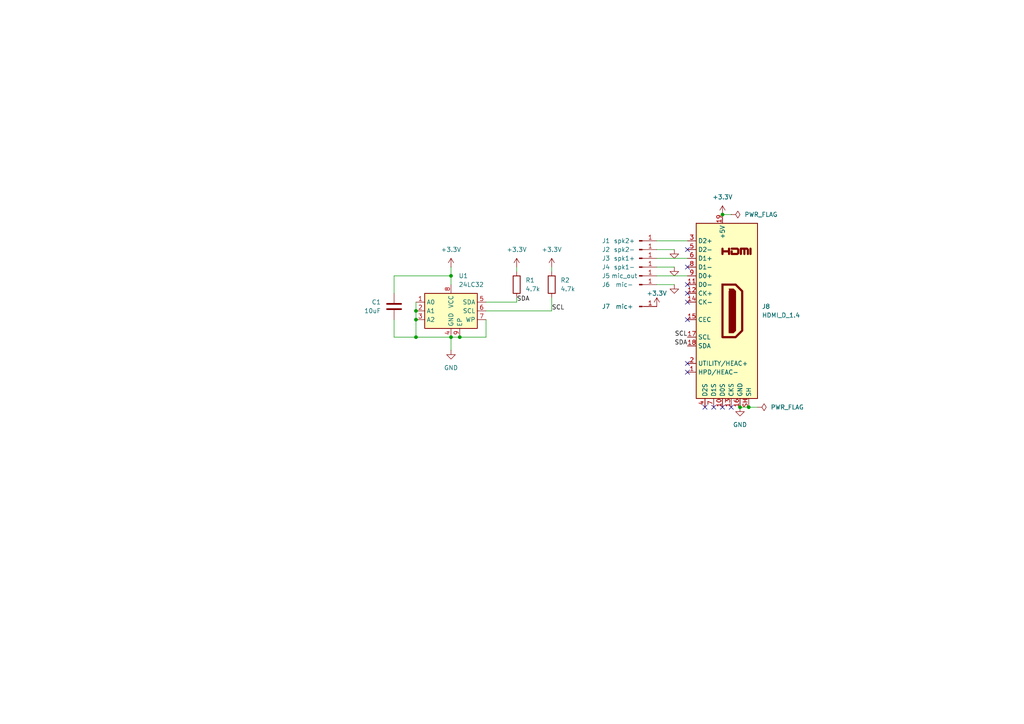
<source format=kicad_sch>
(kicad_sch (version 20231120) (generator "eeschema") (generator_version "8.0")
  (paper "A4")
  (lib_symbols
    (symbol "Connector:Conn_01x01_Pin" (pin_names (offset 1.016) hide)
      (property "Reference" "J" (at 0 2.54 0))
      (property "Value" "Conn_01x01_Pin" (at 0 -2.54 0))
      (symbol "Conn_01x01_Pin_1_1"
        (polyline (pts (xy 1.27 0) (xy 0.8636 0)) (stroke (width 0.1524)))
        (rectangle (start 0.8636 0.127) (end 0 -0.127) (stroke (width 0.1524)) (fill (type outline)))
        (pin passive line (at 5.08 0 180) (length 3.81) (name "Pin_1") (number "1"))
      )
    )
    (symbol "Connector:HDMI_D_1.4"
      (property "Reference" "J" (at -6.35 26.67 0))
      (property "Value" "HDMI_D_1.4" (at 10.16 26.67 0))
      (symbol "HDMI_D_1.4_0_0"
        (polyline (pts (xy 8.128 16.51) (xy 8.128 18.034)) (stroke (width 0.635)))
        (polyline (pts (xy 0 16.51) (xy 0 18.034) (xy 0 17.272) (xy 1.905 17.272) (xy 1.905 18.034) (xy 1.905 16.51)) (stroke (width 0.635)))
        (polyline (pts (xy 2.667 18.034) (xy 4.318 18.034) (xy 4.572 17.78) (xy 4.572 16.764) (xy 4.318 16.51) (xy 2.667 16.51) (xy 2.667 17.272)) (stroke (width 0.635)))
      )
      (symbol "HDMI_D_1.4_0_1"
        (rectangle (start -7.62 25.4) (end 10.16 -25.4) (stroke (width 0.254)) (fill (type background)))
        (polyline (pts (xy 0 7.62) (xy 3.81 7.62) (xy 5.715 5.715) (xy 5.715 -5.715) (xy 3.81 -7.62) (xy 0 -7.62) (xy 0 7.62)) (stroke (width 0.635)))
        (polyline (pts (xy 1.905 6.35) (xy 3.175 6.35) (xy 3.81 5.715) (xy 3.81 -5.715) (xy 3.175 -6.35) (xy 1.905 -6.35) (xy 1.905 5.715)) (stroke (width 0.254)) (fill (type outline)))
        (polyline (pts (xy 5.334 16.51) (xy 5.334 18.034) (xy 6.35 18.034) (xy 6.35 16.51) (xy 6.35 18.034) (xy 7.112 18.034) (xy 7.366 17.78) (xy 7.366 16.51)) (stroke (width 0.635)))
      )
      (symbol "HDMI_D_1.4_1_1"
        (pin passive line (at -10.16 -17.78 0) (length 2.54) (name "HPD/HEAC-") (number "1"))
        (pin power_in line (at 0 -27.94 90) (length 2.54) (name "D0S") (number "10"))
        (pin passive line (at -10.16 7.62 0) (length 2.54) (name "D0-") (number "11"))
        (pin passive line (at -10.16 5.08 0) (length 2.54) (name "CK+") (number "12"))
        (pin power_in line (at 2.54 -27.94 90) (length 2.54) (name "CKS") (number "13"))
        (pin passive line (at -10.16 2.54 0) (length 2.54) (name "CK-") (number "14"))
        (pin bidirectional line (at -10.16 -2.54 0) (length 2.54) (name "CEC") (number "15"))
        (pin power_in line (at 5.08 -27.94 90) (length 2.54) (name "GND") (number "16"))
        (pin passive line (at -10.16 -7.62 0) (length 2.54) (name "SCL") (number "17"))
        (pin bidirectional line (at -10.16 -10.16 0) (length 2.54) (name "SDA") (number "18"))
        (pin power_in line (at 0 27.94 270) (length 2.54) (name "+5V") (number "19"))
        (pin passive line (at -10.16 -15.24 0) (length 2.54) (name "UTILITY/HEAC+") (number "2"))
        (pin passive line (at -10.16 20.32 0) (length 2.54) (name "D2+") (number "3"))
        (pin power_in line (at -5.08 -27.94 90) (length 2.54) (name "D2S") (number "4"))
        (pin passive line (at -10.16 17.78 0) (length 2.54) (name "D2-") (number "5"))
        (pin passive line (at -10.16 15.24 0) (length 2.54) (name "D1+") (number "6"))
        (pin power_in line (at -2.54 -27.94 90) (length 2.54) (name "D1S") (number "7"))
        (pin passive line (at -10.16 12.7 0) (length 2.54) (name "D1-") (number "8"))
        (pin passive line (at -10.16 10.16 0) (length 2.54) (name "D0+") (number "9"))
        (pin passive line (at 7.62 -27.94 90) (length 2.54) (name "SH") (number "SH"))
      )
    )
    (symbol "Device:C" (pin_numbers hide) (pin_names (offset 0.254))
      (property "Reference" "C" (at 0.635 2.54 0))
      (property "Value" "C" (at 0.635 -2.54 0))
      (symbol "C_0_1"
        (polyline (pts (xy -2.032 -0.762) (xy 2.032 -0.762)) (stroke (width 0.508)))
        (polyline (pts (xy -2.032 0.762) (xy 2.032 0.762)) (stroke (width 0.508)))
      )
      (symbol "C_1_1"
        (pin passive line (at 0 3.81 270) (length 2.794) (name "~") (number "1"))
        (pin passive line (at 0 -3.81 90) (length 2.794) (name "~") (number "2"))
      )
    )
    (symbol "Device:R" (pin_numbers hide) (pin_names (offset 0))
      (property "Reference" "R" (at 2.032 0 90))
      (property "Value" "R" (at 0 0 90))
      (symbol "R_0_1"
        (rectangle (start -1.016 -2.54) (end 1.016 2.54) (stroke (width 0.254)))
      )
      (symbol "R_1_1"
        (pin passive line (at 0 3.81 270) (length 1.27) (name "~") (number "1"))
        (pin passive line (at 0 -3.81 90) (length 1.27) (name "~") (number "2"))
      )
    )
    (symbol "Memory_EEPROM:24LC32"
      (property "Reference" "U1" (at 2.1941 10.16 0))
      (property "Value" "24LC32" (at 2.1941 7.62 0))
      (symbol "24LC32_1_1"
        (rectangle (start -7.62 5.08) (end 7.62 -5.08) (stroke (width 0.254)) (fill (type background)))
        (pin input line (at -10.16 2.54 0) (length 2.54) (name "A0") (number "1"))
        (pin input line (at -10.16 0 0) (length 2.54) (name "A1") (number "2"))
        (pin input line (at -10.16 -2.54 0) (length 2.54) (name "A2") (number "3"))
        (pin power_in line (at 0 -7.62 90) (length 2.54) (name "GND") (number "4"))
        (pin bidirectional line (at 10.16 2.54 180) (length 2.54) (name "SDA") (number "5"))
        (pin input line (at 10.16 0 180) (length 2.54) (name "SCL") (number "6"))
        (pin input line (at 10.16 -2.54 180) (length 2.54) (name "WP") (number "7"))
        (pin power_in line (at 0 7.62 270) (length 2.54) (name "VCC") (number "8"))
        (pin power_in line (at 2.54 -7.62 90) (length 2.54) (name "EP") (number "9"))
      )
    )
    (symbol "power:+3.3V" (power) (pin_numbers hide) (pin_names (offset 0) hide)
      (property "Value" "+3.3V" (at 0 3.556 0))
      (symbol "+3.3V_0_1"
        (polyline (pts (xy -0.762 1.27) (xy 0 2.54)))
        (polyline (pts (xy 0 0) (xy 0 2.54)))
        (polyline (pts (xy 0 2.54) (xy 0.762 1.27)))
      )
      (symbol "+3.3V_1_1"
        (pin power_in line (at 0 0 90) (length 0) (name "~") (number "1"))
      )
    )
    (symbol "power:GND" (power) (pin_numbers hide) (pin_names (offset 0) hide)
      (property "Value" "GND" (at 0 -3.81 0))
      (symbol "GND_0_1"
        (polyline (pts (xy 0 0) (xy 0 -1.27) (xy 1.27 -1.27) (xy 0 -2.54) (xy -1.27 -1.27) (xy 0 -1.27)))
      )
      (symbol "GND_1_1"
        (pin power_in line (at 0 0 270) (length 0) (name "~") (number "1"))
      )
    )
    (symbol "power:PWR_FLAG" (power) (pin_numbers hide) (pin_names (offset 0) hide)
      (property "Value" "PWR_FLAG" (at 0 3.81 0))
      (symbol "PWR_FLAG_0_0"
        (pin power_out line (at 0 0 90) (length 0) (name "~") (number "1"))
      )
      (symbol "PWR_FLAG_0_1"
        (polyline (pts (xy 0 0) (xy 0 1.27) (xy -1.016 1.905) (xy 0 2.54) (xy 1.016 1.905) (xy 0 1.27)))
      )
    )
  )
  (junction (at 120.65 90.17))
  (junction (at 209.55 62.23))
  (junction (at 120.65 97.79))
  (junction (at 120.65 92.71))
  (junction (at 130.81 97.79))
  (junction (at 217.17 118.11))
  (junction (at 214.63 118.11))
  (junction (at 133.35 97.79))
  (junction (at 130.81 80.01))
  (no_connect (at 199.39 105.41))
  (no_connect (at 207.01 118.11))
  (no_connect (at 199.39 85.09))
  (no_connect (at 199.39 82.55))
  (no_connect (at 199.39 72.39))
  (no_connect (at 199.39 87.63))
  (no_connect (at 199.39 77.47))
  (no_connect (at 209.55 118.11))
  (no_connect (at 199.39 92.71))
  (no_connect (at 204.47 118.11))
  (no_connect (at 212.09 118.11))
  (no_connect (at 199.39 107.95))
  (wire (pts (xy 130.81 80.01) (xy 130.81 82.55)))
  (wire (pts (xy 149.86 77.47) (xy 149.86 78.74)))
  (wire (pts (xy 160.02 90.17) (xy 160.02 86.36)))
  (wire (pts (xy 190.5 72.39) (xy 195.58 72.39)))
  (wire (pts (xy 140.97 90.17) (xy 160.02 90.17)))
  (wire (pts (xy 214.63 118.11) (xy 217.17 118.11)))
  (wire (pts (xy 114.3 97.79) (xy 120.65 97.79)))
  (wire (pts (xy 120.65 97.79) (xy 130.81 97.79)))
  (wire (pts (xy 160.02 77.47) (xy 160.02 78.74)))
  (wire (pts (xy 190.5 82.55) (xy 195.58 82.55)))
  (wire (pts (xy 133.35 97.79) (xy 140.97 97.79)))
  (wire (pts (xy 114.3 92.71) (xy 114.3 97.79)))
  (wire (pts (xy 130.81 101.6) (xy 130.81 97.79)))
  (wire (pts (xy 217.17 118.11) (xy 219.71 118.11)))
  (wire (pts (xy 114.3 85.09) (xy 114.3 80.01)))
  (wire (pts (xy 149.86 87.63) (xy 149.86 86.36)))
  (wire (pts (xy 190.5 77.47) (xy 195.58 77.47)))
  (wire (pts (xy 114.3 80.01) (xy 130.81 80.01)))
  (wire (pts (xy 120.65 92.71) (xy 120.65 97.79)))
  (wire (pts (xy 130.81 77.47) (xy 130.81 80.01)))
  (wire (pts (xy 120.65 87.63) (xy 120.65 90.17)))
  (wire (pts (xy 190.5 80.01) (xy 199.39 80.01)))
  (wire (pts (xy 140.97 92.71) (xy 140.97 97.79)))
  (wire (pts (xy 120.65 90.17) (xy 120.65 92.71)))
  (wire (pts (xy 130.81 97.79) (xy 133.35 97.79)))
  (wire (pts (xy 209.55 62.23) (xy 212.09 62.23)))
  (wire (pts (xy 190.5 69.85) (xy 199.39 69.85)))
  (wire (pts (xy 190.5 74.93) (xy 199.39 74.93)))
  (wire (pts (xy 149.86 87.63) (xy 140.97 87.63)))
  (label "SDA" (at 149.86 87.63 0))
  (label "SDA" (at 199.39 100.33 180))
  (label "SCL" (at 199.39 97.79 180))
  (label "SCL" (at 160.02 90.17 0))
  (symbol (lib_id "Connector:Conn_01x01_Pin") (at 185.42 74.93 0) (unit 1)
    (property "Reference" "J3" (at 175.768 74.93 0))
    (property "Value" "spk1+" (at 181.102 74.93 0))
    (property "Footprint" "1_custom_library:1x1mm_Pad" (effects (hide yes)))
    (property "Description" "Generic connector, single row, 01x01, script generated" (effects (hide yes)))
  )
  (symbol (lib_id "Connector:Conn_01x01_Pin") (at 185.42 82.55 0) (unit 1)
    (property "Reference" "J6" (at 175.768 82.55 0))
    (property "Value" "mic-" (at 181.102 82.55 0))
    (property "Footprint" "1_custom_library:1x1mm_Pad" (effects (hide yes)))
    (property "Description" "Generic connector, single row, 01x01, script generated" (effects (hide yes)))
  )
  (symbol (lib_id "power:PWR_FLAG") (at 219.71 118.11 270) (unit 1)
    (property "Reference" "#FLG02" (effects (hide yes)))
    (property "Value" "PWR_FLAG" (at 223.52 118.1099 90) (effects (justify left)))
    (property "Description" "Special symbol for telling ERC where power comes from" (effects (hide yes)))
  )
  (symbol (lib_id "power:GND") (at 195.58 82.55 0) (unit 1)
    (property "Reference" "#PWR08" (effects (hide yes)))
    (property "Value" "GND" (effects (hide yes)))
    (property "Description" "Power symbol creates a global label with name \"GND\" , ground" (effects (hide yes)))
  )
  (symbol (lib_id "power:GND") (at 130.81 101.6 0) (unit 1)
    (property "Reference" "#PWR02" (effects (hide yes)))
    (property "Value" "GND" (at 130.81 106.68 0))
    (property "Description" "Power symbol creates a global label with name \"GND\" , ground" (effects (hide yes)))
  )
  (symbol (lib_id "Connector:Conn_01x01_Pin") (at 185.42 88.9 0) (unit 1)
    (property "Reference" "J7" (at 175.768 88.9 0))
    (property "Value" "mic+" (at 181.102 88.9 0))
    (property "Footprint" "1_custom_library:1x1mm_Pad" (effects (hide yes)))
    (property "Description" "Generic connector, single row, 01x01, script generated" (effects (hide yes)))
  )
  (symbol (lib_id "Connector:Conn_01x01_Pin") (at 185.42 72.39 0) (unit 1)
    (property "Reference" "J2" (at 175.768 72.39 0))
    (property "Value" "spk2-" (at 181.102 72.39 0))
    (property "Footprint" "1_custom_library:1x1mm_Pad" (effects (hide yes)))
    (property "Description" "Generic connector, single row, 01x01, script generated" (effects (hide yes)))
  )
  (symbol (lib_id "power:GND") (at 214.63 118.11 0) (unit 1)
    (property "Reference" "#PWR010" (effects (hide yes)))
    (property "Value" "GND" (at 214.63 123.19 0))
    (property "Description" "Power symbol creates a global label with name \"GND\" , ground" (effects (hide yes)))
  )
  (symbol (lib_id "Memory_EEPROM:24LC32") (at 130.81 90.17 0) (unit 1)
    (property "Reference" "U1" (at 133.0041 80.01 0) (effects (justify left)))
    (property "Value" "24LC32" (at 133.0041 82.55 0) (effects (justify left)))
    (property "Footprint" "1_custom_library:DFN8_2x3MC_MCH-L" (effects (hide yes)))
    (property "Datasheet" "http://ww1.microchip.com/downloads/en/DeviceDoc/21072G.pdf" (effects (hide yes)))
    (property "Description" "I2C Serial EEPROM, 32Kb, DIP-8/SOIC-8/TSSOP-8/DFN-8" (effects (hide yes)))
  )
  (symbol (lib_id "Connector:Conn_01x01_Pin") (at 185.42 69.85 0) (unit 1)
    (property "Reference" "J1" (at 175.768 69.85 0))
    (property "Value" "spk2+" (at 181.102 69.85 0))
    (property "Footprint" "1_custom_library:1x1mm_Pad" (effects (hide yes)))
    (property "Description" "Generic connector, single row, 01x01, script generated" (effects (hide yes)))
  )
  (symbol (lib_id "Device:R") (at 160.02 82.55 0) (unit 1)
    (property "Reference" "R2" (at 162.56 81.2799 0) (effects (justify left)))
    (property "Value" "4.7k" (at 162.56 83.8199 0) (effects (justify left)))
    (property "Footprint" "Resistor_SMD:R_0402_1005Metric_Pad0.72x0.64mm_HandSolder" (effects (hide yes)))
    (property "Description" "Resistor" (effects (hide yes)))
  )
  (symbol (lib_id "Connector:Conn_01x01_Pin") (at 185.42 77.47 0) (unit 1)
    (property "Reference" "J4" (at 175.768 77.47 0))
    (property "Value" "spk1-" (at 181.102 77.47 0))
    (property "Footprint" "1_custom_library:1x1mm_Pad" (effects (hide yes)))
    (property "Description" "Generic connector, single row, 01x01, script generated" (effects (hide yes)))
  )
  (symbol (lib_id "power:PWR_FLAG") (at 212.09 62.23 270) (unit 1)
    (property "Reference" "#FLG01" (effects (hide yes)))
    (property "Value" "PWR_FLAG" (at 215.9 62.2299 90) (effects (justify left)))
    (property "Description" "Special symbol for telling ERC where power comes from" (effects (hide yes)))
  )
  (symbol (lib_id "power:+3.3V") (at 130.81 77.47 0) (unit 1)
    (property "Reference" "#PWR01" (effects (hide yes)))
    (property "Value" "+3.3V" (at 130.81 72.39 0))
    (property "Description" "Power symbol creates a global label with name \"+3.3V\"" (effects (hide yes)))
  )
  (symbol (lib_id "power:GND") (at 195.58 72.39 0) (unit 1)
    (property "Reference" "#PWR06" (effects (hide yes)))
    (property "Value" "GND" (effects (hide yes)))
    (property "Description" "Power symbol creates a global label with name \"GND\" , ground" (effects (hide yes)))
  )
  (symbol (lib_id "power:+3.3V") (at 190.5 88.9 0) (unit 1)
    (property "Reference" "#PWR05" (effects (hide yes)))
    (property "Value" "+3.3V" (at 190.5 85.09 0))
    (property "Description" "Power symbol creates a global label with name \"+3.3V\"" (effects (hide yes)))
  )
  (symbol (lib_id "Device:C") (at 114.3 88.9 0) (mirror x) (unit 1)
    (property "Reference" "C1" (at 110.49 87.6299 0) (effects (justify right)))
    (property "Value" "10uF" (at 110.49 90.1699 0) (effects (justify right)))
    (property "Footprint" "Capacitor_SMD:C_0402_1005Metric_Pad0.74x0.62mm_HandSolder" (effects (hide yes)))
    (property "Description" "Unpolarized capacitor" (effects (hide yes)))
  )
  (symbol (lib_id "power:+3.3V") (at 160.02 77.47 0) (unit 1)
    (property "Reference" "#PWR04" (effects (hide yes)))
    (property "Value" "+3.3V" (at 160.02 72.39 0))
    (property "Description" "Power symbol creates a global label with name \"+3.3V\"" (effects (hide yes)))
  )
  (symbol (lib_id "Connector:Conn_01x01_Pin") (at 185.42 80.01 0) (unit 1)
    (property "Reference" "J5" (at 175.768 80.01 0))
    (property "Value" "mic_out" (at 181.102 80.01 0))
    (property "Footprint" "1_custom_library:1x1mm_Pad" (effects (hide yes)))
    (property "Description" "Generic connector, single row, 01x01, script generated" (effects (hide yes)))
  )
  (symbol (lib_id "Device:R") (at 149.86 82.55 0) (unit 1)
    (property "Reference" "R1" (at 152.4 81.2799 0) (effects (justify left)))
    (property "Value" "4.7k" (at 152.4 83.8199 0) (effects (justify left)))
    (property "Footprint" "Resistor_SMD:R_0402_1005Metric_Pad0.72x0.64mm_HandSolder" (effects (hide yes)))
    (property "Description" "Resistor" (effects (hide yes)))
  )
  (symbol (lib_id "Connector:HDMI_D_1.4") (at 209.55 90.17 0) (unit 1)
    (property "Reference" "J8" (at 220.98 88.8999 0) (effects (justify left)))
    (property "Value" "HDMI_D_1.4" (at 220.98 91.4399 0) (effects (justify left)))
    (property "Footprint" "1_custom_library:46765-1001_MOL" (effects (hide yes)))
    (property "Datasheet" "http://pinoutguide.com/PortableDevices/micro_hdmi_type_d_pinout.shtml" (effects (hide yes)))
    (property "Description" "HDMI 1.4+ type D connector" (effects (hide yes)))
  )
  (symbol (lib_id "power:GND") (at 195.58 77.47 0) (unit 1)
    (property "Reference" "#PWR07" (effects (hide yes)))
    (property "Value" "GND" (effects (hide yes)))
    (property "Description" "Power symbol creates a global label with name \"GND\" , ground" (effects (hide yes)))
  )
  (symbol (lib_id "power:+3.3V") (at 149.86 77.47 0) (unit 1)
    (property "Reference" "#PWR03" (effects (hide yes)))
    (property "Value" "+3.3V" (at 149.86 72.39 0))
    (property "Description" "Power symbol creates a global label with name \"+3.3V\"" (effects (hide yes)))
  )
  (symbol (lib_id "power:+3.3V") (at 209.55 62.23 0) (unit 1)
    (property "Reference" "#PWR09" (effects (hide yes)))
    (property "Value" "+3.3V" (at 209.55 57.15 0))
    (property "Description" "Power symbol creates a global label with name \"+3.3V\"" (effects (hide yes)))
  )
)
</source>
